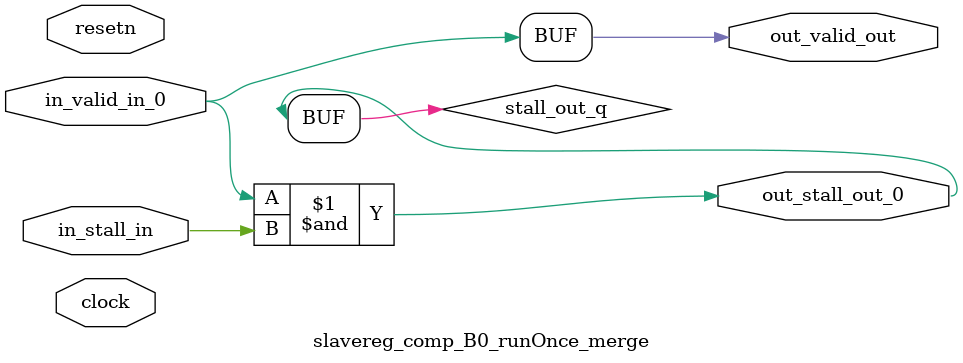
<source format=sv>



(* altera_attribute = "-name AUTO_SHIFT_REGISTER_RECOGNITION OFF; -name MESSAGE_DISABLE 10036; -name MESSAGE_DISABLE 10037; -name MESSAGE_DISABLE 14130; -name MESSAGE_DISABLE 14320; -name MESSAGE_DISABLE 15400; -name MESSAGE_DISABLE 14130; -name MESSAGE_DISABLE 10036; -name MESSAGE_DISABLE 12020; -name MESSAGE_DISABLE 12030; -name MESSAGE_DISABLE 12010; -name MESSAGE_DISABLE 12110; -name MESSAGE_DISABLE 14320; -name MESSAGE_DISABLE 13410; -name MESSAGE_DISABLE 113007; -name MESSAGE_DISABLE 10958" *)
module slavereg_comp_B0_runOnce_merge (
    input wire [0:0] in_stall_in,
    input wire [0:0] in_valid_in_0,
    output wire [0:0] out_stall_out_0,
    output wire [0:0] out_valid_out,
    input wire clock,
    input wire resetn
    );

    wire [0:0] stall_out_q;


    // stall_out(LOGICAL,6)
    assign stall_out_q = in_valid_in_0 & in_stall_in;

    // out_stall_out_0(GPOUT,4)
    assign out_stall_out_0 = stall_out_q;

    // out_valid_out(GPOUT,5)
    assign out_valid_out = in_valid_in_0;

endmodule

</source>
